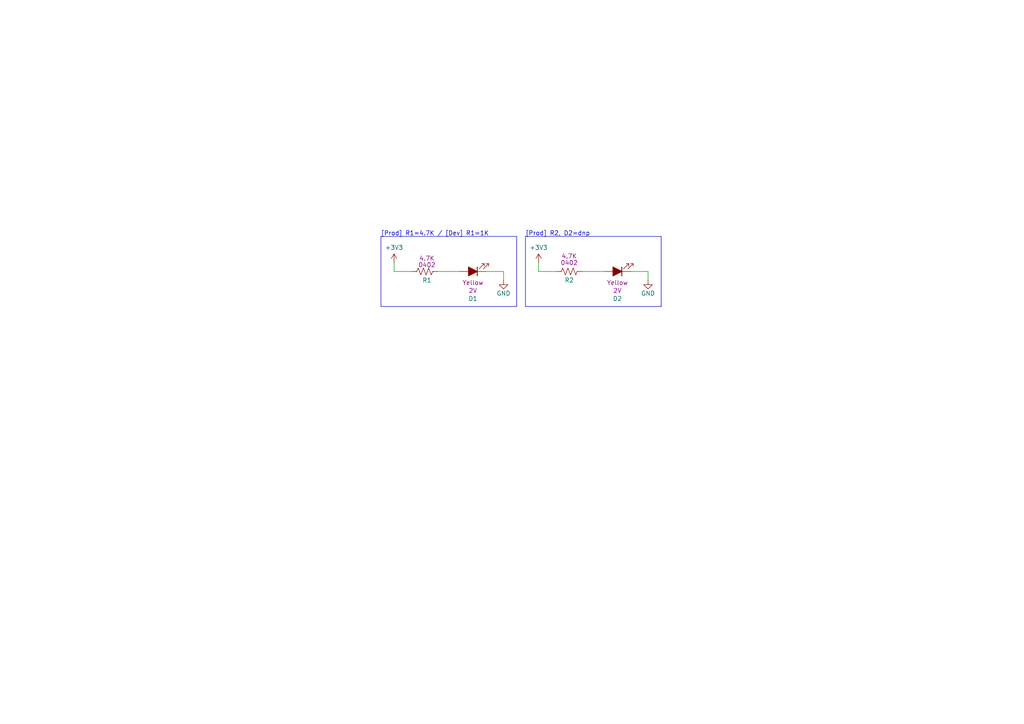
<source format=kicad_sch>
(kicad_sch (version 20230121) (generator eeschema)
  (paper "A4")
  (lib_symbols
    (symbol "Device:LED_ALT" (pin_numbers hide) (pin_names (offset 1.016) hide)
      (property "Reference" "D" (at 0 2.54 0))
      (property "Value" "LED_ALT" (at 0 -2.54 0))
      (symbol "LED_ALT_0_1"
        (polyline (pts (xy -1.27 -1.27) (xy -1.27 1.27)) (stroke (width 0.254)))
        (polyline (pts (xy -1.27 0) (xy 1.27 0)))
        (polyline (pts (xy 1.27 -1.27) (xy 1.27 1.27) (xy -1.27 0) (xy 1.27 -1.27)) (stroke (width 0.254)) (fill (type outline)))
        (polyline (pts (xy -3.048 -0.762) (xy -4.572 -2.286) (xy -3.81 -2.286) (xy -4.572 -2.286) (xy -4.572 -1.524)))
        (polyline (pts (xy -1.778 -0.762) (xy -3.302 -2.286) (xy -2.54 -2.286) (xy -3.302 -2.286) (xy -3.302 -1.524)))
      )
      (symbol "LED_ALT_1_1"
        (pin passive line (at -3.81 0 0) (length 2.54) (name "K") (number "1"))
        (pin passive line (at 3.81 0 180) (length 2.54) (name "A") (number "2"))
      )
    )
    (symbol "Device:R_US" (pin_numbers hide) (pin_names (offset 0))
      (property "Reference" "R" (at 2.54 0 90))
      (property "Value" "R_US" (at -2.54 0 90))
      (symbol "R_US_0_1"
        (polyline (pts (xy 0 -2.286) (xy 0 -2.54)))
        (polyline (pts (xy 0 2.286) (xy 0 2.54)))
        (polyline (pts (xy 0 -0.762) (xy 1.016 -1.143) (xy 0 -1.524) (xy -1.016 -1.905) (xy 0 -2.286)))
        (polyline (pts (xy 0 0.762) (xy 1.016 0.381) (xy 0 0) (xy -1.016 -0.381) (xy 0 -0.762)))
        (polyline (pts (xy 0 2.286) (xy 1.016 1.905) (xy 0 1.524) (xy -1.016 1.143) (xy 0 0.762)))
      )
      (symbol "R_US_1_1"
        (pin passive line (at 0 3.81 270) (length 1.27) (name "~") (number "1"))
        (pin passive line (at 0 -3.81 90) (length 1.27) (name "~") (number "2"))
      )
    )
    (symbol "power:+3.3V" (power) (pin_names (offset 0))
      (property "Value" "+3.3V" (at 0 3.556 0))
      (symbol "+3.3V_0_1"
        (polyline (pts (xy -0.762 1.27) (xy 0 2.54)))
        (polyline (pts (xy 0 0) (xy 0 2.54)))
        (polyline (pts (xy 0 2.54) (xy 0.762 1.27)))
      )
      (symbol "+3.3V_1_1"
        (pin power_in line (at 0 0 90) (length 0) hide (name "+3V3") (number "1"))
      )
    )
    (symbol "power:GND" (power) (pin_names (offset 0))
      (property "Value" "GND" (at 0 -3.81 0))
      (symbol "GND_0_1"
        (polyline (pts (xy 0 0) (xy 0 -1.27) (xy 1.27 -1.27) (xy 0 -2.54) (xy -1.27 -1.27) (xy 0 -1.27)))
      )
      (symbol "GND_1_1"
        (pin power_in line (at 0 0 270) (length 0) hide (name "GND") (number "1"))
      )
    )
  )
  (polyline (pts (xy 152.4 88.9) (xy 152.4 68.58)))
  (wire (pts (xy 114.3 78.74) (xy 119.38 78.74)))
  (wire (pts (xy 168.91 78.74) (xy 175.26 78.74)))
  (wire (pts (xy 156.21 78.74) (xy 161.29 78.74)))
  (wire (pts (xy 187.96 78.74) (xy 187.96 81.28)))
  (polyline (pts (xy 110.49 68.58) (xy 149.86 68.58)))
  (wire (pts (xy 146.05 78.74) (xy 146.05 81.28)))
  (polyline (pts (xy 191.77 68.58) (xy 191.77 88.9)))
  (wire (pts (xy 114.3 76.2) (xy 114.3 78.74)))
  (wire (pts (xy 182.88 78.74) (xy 187.96 78.74)))
  (polyline (pts (xy 149.86 68.58) (xy 149.86 88.9)))
  (polyline (pts (xy 152.4 68.58) (xy 191.77 68.58)))
  (wire (pts (xy 140.97 78.74) (xy 146.05 78.74)))
  (wire (pts (xy 156.21 76.2) (xy 156.21 78.74)))
  (polyline (pts (xy 191.77 88.9) (xy 152.4 88.9)))
  (polyline (pts (xy 149.86 88.9) (xy 110.49 88.9)))
  (wire (pts (xy 127 78.74) (xy 133.35 78.74)))
  (polyline (pts (xy 110.49 88.9) (xy 110.49 68.58)))
  (text "[Prod] R2, D2=dnp" (at 152.4 68.58 0) (effects (font (size 1.27 1.27)) (justify left bottom)))
  (text "[Prod] R1=4.7K / [Dev] R1=1K" (at 110.49 68.58 0) (effects (font (size 1.27 1.27)) (justify left bottom)))
  (symbol (lib_id "Device:R_US") (at 123.19 78.74 270) (unit 1)
    (property "Reference" "R1" (at 123.825 81.28 90))
    (property "Value" "RES-000007-00" (effects hide))
    (property "Footprint" "Resistors:R0402" (effects hide))
    (property "Manufacturer" "Stackpole Electronics Inc" (effects hide))
    (property "Manufacturer Part Number" "RMCF0402FT4K70" (effects hide))
    (property "Resistance (Ohms)" "4.7K" (at 123.825 74.93 90))
    (property "Tolerance (%)" "±1%" (effects hide))
    (property "Package Type" "0402" (at 123.825 76.835 90))
    (property "Power (Watts)" "1/16W" (effects hide))
    (property "kicost.DEV:Value" "RES-000045-00" (effects hide))
    (property "kicost.DEV:Manufacturer" "Yageo" (effects hide))
    (property "kicost.DEV:Manufacturer Part Number" "RC0402FR-071KL" (effects hide))
    (property "kicost.DEV:Description" "RES SMD 1K OHM 1% 1/16W 0402" (effects hide))
  )
  (symbol (lib_id "Device:LED_ALT") (at 137.16 78.74 180) (unit 1)
    (property "Reference" "D1" (at 137.16 86.614 0))
    (property "Value" "DIO-000062-00" (effects hide))
    (property "Footprint" "Diodes:LED0603-YELLOW" (effects hide))
    (property "Manufacturer" "Würth Elektronik" (effects hide))
    (property "Manufacturer Part Number" "150060YS75000" (effects hide))
    (property "Part Number" "150060YS75000" (effects hide))
    (property "Forward Voltage (Volt)" "2V" (at 137.16 84.3026 0))
    (property "LED Color" "Yellow" (at 137.16 81.9912 0))
  )
  (symbol (lib_id "power:+3.3V") (at 114.3 76.2 0) (unit 1)
    (property "Reference" "#PWR0101" (effects hide))
    (property "Value" "+3.3V" (at 114.3 71.8058 0))
  )
  (symbol (lib_id "power:GND") (at 146.05 81.28 0) (unit 1)
    (property "Reference" "#PWR0102" (effects hide))
    (property "Value" "GND" (at 146.05 85.09 0))
  )
  (symbol (lib_id "Device:R_US") (at 165.1 78.74 270) (unit 1)
    (property "Reference" "R2" (at 165.1 81.28 90))
    (property "Value" "RES-000007-00" (effects hide))
    (property "Footprint" "Resistors:R0402" (effects hide))
    (property "Manufacturer" "Stackpole Electronics Inc" (effects hide))
    (property "Manufacturer Part Number" "RMCF0402FT4K70" (effects hide))
    (property "Resistance (Ohms)" "4.7K" (at 165.1 74.295 90))
    (property "Tolerance (%)" "±1%" (effects hide))
    (property "Package Type" "0402" (at 165.1 76.2 90))
    (property "Power (Watts)" "1/16W" (effects hide))
    (property "kicost.PROD" "dnp" (effects hide))
  )
  (symbol (lib_id "Device:LED_ALT") (at 179.07 78.74 180) (unit 1)
    (property "Reference" "D2" (at 179.07 86.614 0))
    (property "Value" "DIO-000062-00" (effects hide))
    (property "Footprint" "Diodes:LED0603-YELLOW" (effects hide))
    (property "Manufacturer" "Würth Elektronik" (effects hide))
    (property "Manufacturer Part Number" "150060YS75000" (effects hide))
    (property "Part Number" "150060YS75000" (effects hide))
    (property "Forward Voltage (Volt)" "2V" (at 179.07 84.3026 0))
    (property "LED Color" "Yellow" (at 179.07 81.9912 0))
    (property "kicost.PROD" "dnp" (effects hide))
  )
  (symbol (lib_id "power:+3.3V") (at 156.21 76.2 0) (unit 1)
    (property "Reference" "#PWR0103" (effects hide))
    (property "Value" "+3.3V" (at 156.21 71.8058 0))
  )
  (symbol (lib_id "power:GND") (at 187.96 81.28 0) (unit 1)
    (property "Reference" "#PWR0104" (effects hide))
    (property "Value" "GND" (at 187.96 85.09 0))
  )
)
</source>
